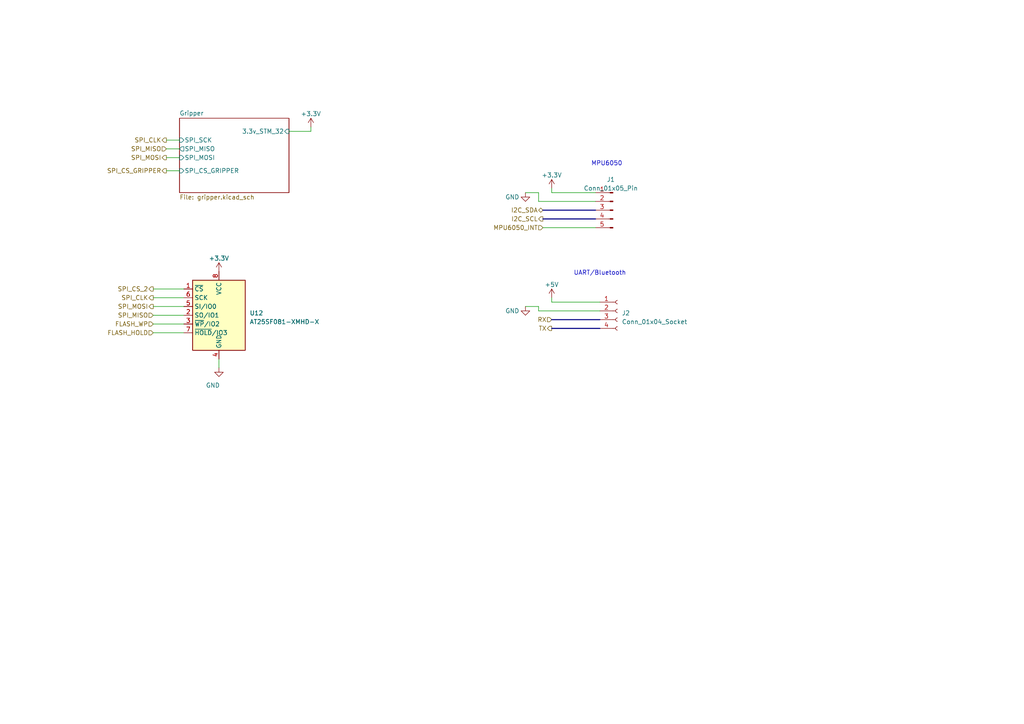
<source format=kicad_sch>
(kicad_sch (version 20230121) (generator eeschema)
  (paper "A4")
  (lib_symbols
    (symbol "Connector:Conn_01x04_Socket" (pin_names (offset 1.016) hide)
      (property "Reference" "J" (at 0 5.08 0))
      (property "Value" "Conn_01x04_Socket" (at 0 -7.62 0))
      (symbol "Conn_01x04_Socket_1_1"
        (arc (start 0 -4.572) (mid -0.5058 -5.08) (end 0 -5.588) (stroke (width 0.1524)))
        (arc (start 0 -2.032) (mid -0.5058 -2.54) (end 0 -3.048) (stroke (width 0.1524)))
        (polyline (pts (xy -1.27 -5.08) (xy -0.508 -5.08)) (stroke (width 0.1524)))
        (polyline (pts (xy -1.27 -2.54) (xy -0.508 -2.54)) (stroke (width 0.1524)))
        (polyline (pts (xy -1.27 0) (xy -0.508 0)) (stroke (width 0.1524)))
        (polyline (pts (xy -1.27 2.54) (xy -0.508 2.54)) (stroke (width 0.1524)))
        (arc (start 0 0.508) (mid -0.5058 0) (end 0 -0.508) (stroke (width 0.1524)))
        (arc (start 0 3.048) (mid -0.5058 2.54) (end 0 2.032) (stroke (width 0.1524)))
        (pin passive line (at -5.08 2.54 0) (length 3.81) (name "Pin_1") (number "1"))
        (pin passive line (at -5.08 0 0) (length 3.81) (name "Pin_2") (number "2"))
        (pin passive line (at -5.08 -2.54 0) (length 3.81) (name "Pin_3") (number "3"))
        (pin passive line (at -5.08 -5.08 0) (length 3.81) (name "Pin_4") (number "4"))
      )
    )
    (symbol "Connector:Conn_01x05_Pin" (pin_names (offset 1.016) hide)
      (property "Reference" "J" (at 0 7.62 0))
      (property "Value" "Conn_01x05_Pin" (at 0 -7.62 0))
      (symbol "Conn_01x05_Pin_1_1"
        (polyline (pts (xy 1.27 -5.08) (xy 0.8636 -5.08)) (stroke (width 0.1524)))
        (polyline (pts (xy 1.27 -2.54) (xy 0.8636 -2.54)) (stroke (width 0.1524)))
        (polyline (pts (xy 1.27 0) (xy 0.8636 0)) (stroke (width 0.1524)))
        (polyline (pts (xy 1.27 2.54) (xy 0.8636 2.54)) (stroke (width 0.1524)))
        (polyline (pts (xy 1.27 5.08) (xy 0.8636 5.08)) (stroke (width 0.1524)))
        (rectangle (start 0.8636 -4.953) (end 0 -5.207) (stroke (width 0.1524)) (fill (type outline)))
        (rectangle (start 0.8636 -2.413) (end 0 -2.667) (stroke (width 0.1524)) (fill (type outline)))
        (rectangle (start 0.8636 0.127) (end 0 -0.127) (stroke (width 0.1524)) (fill (type outline)))
        (rectangle (start 0.8636 2.667) (end 0 2.413) (stroke (width 0.1524)) (fill (type outline)))
        (rectangle (start 0.8636 5.207) (end 0 4.953) (stroke (width 0.1524)) (fill (type outline)))
        (pin passive line (at 5.08 5.08 180) (length 3.81) (name "Pin_1") (number "1"))
        (pin passive line (at 5.08 2.54 180) (length 3.81) (name "Pin_2") (number "2"))
        (pin passive line (at 5.08 0 180) (length 3.81) (name "Pin_3") (number "3"))
        (pin passive line (at 5.08 -2.54 180) (length 3.81) (name "Pin_4") (number "4"))
        (pin passive line (at 5.08 -5.08 180) (length 3.81) (name "Pin_5") (number "5"))
      )
    )
    (symbol "Memory_Flash:AT25SF081-XMHD-X"
      (property "Reference" "U" (at -5.08 11.43 0))
      (property "Value" "AT25SF081-XMHD-X" (at 11.43 11.43 0))
      (symbol "AT25SF081-XMHD-X_0_1"
        (rectangle (start -7.62 10.16) (end 7.62 -10.16) (stroke (width 0.254)) (fill (type background)))
      )
      (symbol "AT25SF081-XMHD-X_1_1"
        (pin input line (at -10.16 7.62 0) (length 2.54) (name "~{CS}") (number "1"))
        (pin bidirectional line (at -10.16 0 0) (length 2.54) (name "SO/IO1") (number "2"))
        (pin bidirectional line (at -10.16 -2.54 0) (length 2.54) (name "~{WP}/IO2") (number "3"))
        (pin power_in line (at 0 -12.7 90) (length 2.54) (name "GND") (number "4"))
        (pin bidirectional line (at -10.16 2.54 0) (length 2.54) (name "SI/IO0") (number "5"))
        (pin input line (at -10.16 5.08 0) (length 2.54) (name "SCK") (number "6"))
        (pin bidirectional line (at -10.16 -5.08 0) (length 2.54) (name "~{HOLD}/IO3") (number "7"))
        (pin power_in line (at 0 12.7 270) (length 2.54) (name "VCC") (number "8"))
      )
    )
    (symbol "power:+3.3V" (power) (pin_names (offset 0))
      (property "Value" "+3.3V" (at 0 3.556 0))
      (symbol "+3.3V_0_1"
        (polyline (pts (xy -0.762 1.27) (xy 0 2.54)))
        (polyline (pts (xy 0 0) (xy 0 2.54)))
        (polyline (pts (xy 0 2.54) (xy 0.762 1.27)))
      )
      (symbol "+3.3V_1_1"
        (pin power_in line (at 0 0 90) (length 0) hide (name "+3.3V") (number "1"))
      )
    )
    (symbol "power:+5V" (power) (pin_names (offset 0))
      (property "Value" "+5V" (at 0 3.556 0))
      (symbol "+5V_0_1"
        (polyline (pts (xy -0.762 1.27) (xy 0 2.54)))
        (polyline (pts (xy 0 0) (xy 0 2.54)))
        (polyline (pts (xy 0 2.54) (xy 0.762 1.27)))
      )
      (symbol "+5V_1_1"
        (pin power_in line (at 0 0 90) (length 0) hide (name "+5V") (number "1"))
      )
    )
    (symbol "power:GND" (power) (pin_names (offset 0))
      (property "Value" "GND" (at 0 -3.81 0))
      (symbol "GND_0_1"
        (polyline (pts (xy 0 0) (xy 0 -1.27) (xy 1.27 -1.27) (xy 0 -2.54) (xy -1.27 -1.27) (xy 0 -1.27)))
      )
      (symbol "GND_1_1"
        (pin power_in line (at 0 0 270) (length 0) hide (name "GND") (number "1"))
      )
    )
  )
  (wire (pts (xy 48.26 45.72) (xy 52.07 45.72)))
  (wire (pts (xy 90.17 36.83) (xy 90.17 38.1)))
  (bus (pts (xy 160.02 92.71) (xy 173.99 92.71)))
  (wire (pts (xy 156.21 88.9) (xy 156.21 90.17)))
  (wire (pts (xy 44.45 83.82) (xy 53.34 83.82)))
  (wire (pts (xy 83.82 38.1) (xy 90.17 38.1)))
  (wire (pts (xy 160.02 55.88) (xy 160.02 54.61)))
  (wire (pts (xy 48.26 40.64) (xy 52.07 40.64)))
  (bus (pts (xy 157.48 63.5) (xy 172.72 63.5)))
  (wire (pts (xy 44.45 88.9) (xy 53.34 88.9)))
  (wire (pts (xy 156.21 58.42) (xy 172.72 58.42)))
  (wire (pts (xy 152.4 88.9) (xy 156.21 88.9)))
  (wire (pts (xy 156.21 55.88) (xy 156.21 58.42)))
  (wire (pts (xy 44.45 93.98) (xy 53.34 93.98)))
  (wire (pts (xy 63.5 106.68) (xy 63.5 104.14)))
  (wire (pts (xy 156.21 90.17) (xy 173.99 90.17)))
  (wire (pts (xy 44.45 91.44) (xy 53.34 91.44)))
  (wire (pts (xy 44.45 86.36) (xy 53.34 86.36)))
  (wire (pts (xy 160.02 55.88) (xy 172.72 55.88)))
  (wire (pts (xy 48.26 49.53) (xy 52.07 49.53)))
  (wire (pts (xy 48.26 43.18) (xy 52.07 43.18)))
  (bus (pts (xy 157.48 60.96) (xy 172.72 60.96)))
  (wire (pts (xy 157.48 66.04) (xy 172.72 66.04)))
  (wire (pts (xy 44.45 96.52) (xy 53.34 96.52)))
  (bus (pts (xy 160.02 95.25) (xy 173.99 95.25)))
  (wire (pts (xy 173.99 87.63) (xy 160.02 87.63)))
  (wire (pts (xy 152.4 55.88) (xy 156.21 55.88)))
  (wire (pts (xy 160.02 87.63) (xy 160.02 86.36)))
  (text "UART/Bluetooth\n" (at 166.37 80.01 0) (effects (font (size 1.27 1.27)) (justify left bottom)))
  (text "MPU6050" (at 171.45 48.26 0) (effects (font (size 1.27 1.27)) (justify left bottom)))
  (hierarchical_label "FLASH_WP" (shape input) (at 44.45 93.98 180))
  (hierarchical_label "I2C_SDA" (shape bidirectional) (at 157.48 60.96 180))
  (hierarchical_label "SPI_CS_GRIPPER" (shape output) (at 48.26 49.53 180))
  (hierarchical_label "SPI_CS_2" (shape output) (at 44.45 83.82 180))
  (hierarchical_label "SPI_MOSI" (shape output) (at 44.45 88.9 180))
  (hierarchical_label "SPI_MOSI" (shape output) (at 48.26 45.72 180))
  (hierarchical_label "TX" (shape output) (at 160.02 95.25 180) (property "Intersheetrefs" "${INTERSHEET_REFS}" (effects hide)))
  (hierarchical_label "SPI_CLK" (shape output) (at 48.26 40.64 180))
  (hierarchical_label "SPI_MISO" (shape input) (at 48.26 43.18 180))
  (hierarchical_label "I2C_SCL" (shape output) (at 157.48 63.5 180))
  (hierarchical_label "FLASH_HOLD" (shape input) (at 44.45 96.52 180))
  (hierarchical_label "RX" (shape input) (at 160.02 92.71 180) (property "Intersheetrefs" "${INTERSHEET_REFS}" (effects hide)))
  (hierarchical_label "SPI_MISO" (shape input) (at 44.45 91.44 180))
  (hierarchical_label "SPI_CLK" (shape output) (at 44.45 86.36 180))
  (hierarchical_label "MPU6050_INT" (shape input) (at 157.48 66.04 180))
  (symbol (lib_id "Memory_Flash:AT25SF081-XMHD-X") (at 63.5 91.44 0) (unit 1)
    (property "Reference" "U12" (at 72.39 90.805 0) (effects (justify left)))
    (property "Value" "AT25SF081-XMHD-X" (at 72.39 93.345 0) (effects (justify left)))
    (property "Footprint" "Package_SO:TSSOP-8_4.4x3mm_P0.65mm" (effects hide))
    (property "Datasheet" "https://www.adestotech.com/wp-content/uploads/DS-AT25SF081_045.pdf" (effects hide))
    (instances (project "Hexapod_Hardware" (path "" (reference "U12") (unit 1)) (path "" (reference "U1101") (unit 1))))
  )
  (symbol (lib_id "power:GND") (at 152.4 55.88 0) (unit 1)
    (property "Reference" "#PWR08" (effects hide))
    (property "Value" "GND" (at 148.59 57.15 0))
    (instances (project "Hexapod_Hardware" (path "" (reference "#PWR08") (unit 1)) (path "" (reference "#PWR01103") (unit 1))))
  )
  (symbol (lib_id "power:+5V") (at 160.02 86.36 0) (unit 1)
    (property "Reference" "#PWR09" (effects hide))
    (property "Value" "+5V" (at 160.02 82.55 0))
    (instances (project "Hexapod_Hardware" (path "" (reference "#PWR09") (unit 1)) (path "" (reference "#PWR01106") (unit 1))))
  )
  (symbol (lib_id "Connector:Conn_01x05_Pin") (at 177.8 60.96 0) (mirror y) (unit 1)
    (property "Reference" "J1" (at 177.165 52.07 0))
    (property "Value" "Conn_01x05_Pin" (at 177.165 54.61 0))
    (property "Footprint" "Connector_PinSocket_2.54mm:PinSocket_1x05_P2.54mm_Vertical" (effects hide))
    (instances (project "Hexapod_Hardware" (path "" (reference "J1") (unit 1)) (path "" (reference "J1101") (unit 1))))
  )
  (symbol (lib_id "power:GND") (at 63.5 106.68 0) (unit 1)
    (property "Reference" "#PWR024" (effects hide))
    (property "Value" "GND" (at 59.69 111.76 0) (effects (justify left)))
    (instances (project "Hexapod_Hardware" (path "" (reference "#PWR024") (unit 1)) (path "" (reference "#PWR01102") (unit 1))))
  )
  (symbol (lib_id "power:GND") (at 152.4 88.9 0) (unit 1)
    (property "Reference" "#PWR010" (effects hide))
    (property "Value" "GND" (at 148.59 90.17 0))
    (instances (project "Hexapod_Hardware" (path "" (reference "#PWR010") (unit 1)) (path "" (reference "#PWR01104") (unit 1))))
  )
  (symbol (lib_id "power:+3.3V") (at 63.5 78.74 0) (unit 1)
    (property "Reference" "#PWR023" (effects hide))
    (property "Value" "+3.3V" (at 63.5 74.93 0))
    (instances (project "Hexapod_Hardware" (path "" (reference "#PWR023") (unit 1)) (path "" (reference "#PWR01101") (unit 1))))
  )
  (symbol (lib_id "power:+3.3V") (at 90.17 36.83 0) (unit 1)
    (property "Reference" "#PWR07" (effects hide))
    (property "Value" "+3.3V" (at 90.17 33.02 0))
    (instances (project "Hexapod_Hardware" (path "" (reference "#PWR07") (unit 1)) (path "" (reference "#PWR01107") (unit 1))))
  )
  (symbol (lib_id "Connector:Conn_01x04_Socket") (at 179.07 90.17 0) (unit 1)
    (property "Reference" "J2" (at 180.34 90.805 0) (effects (justify left)))
    (property "Value" "Conn_01x04_Socket" (at 180.34 93.345 0) (effects (justify left)))
    (property "Footprint" "Connector_PinHeader_2.54mm:PinHeader_1x04_P2.54mm_Vertical" (effects hide))
    (instances (project "Hexapod_Hardware" (path "" (reference "J2") (unit 1)) (path "" (reference "J1102") (unit 1))))
  )
  (symbol (lib_id "power:+3.3V") (at 160.02 54.61 0) (unit 1)
    (property "Reference" "#PWR07" (effects hide))
    (property "Value" "+3.3V" (at 160.02 50.8 0))
    (instances (project "Hexapod_Hardware" (path "" (reference "#PWR07") (unit 1)) (path "" (reference "#PWR01105") (unit 1))))
  )
  (sheet (at 52.07 34.29) (size 31.75 21.59) (stroke (width 0.1524))
    (property "Sheetname" "Gripper" (at 52.07 33.5784 0) (effects (justify left bottom)))
    (property "Sheetfile" "gripper.kicad_sch" (at 52.07 56.4646 0) (effects (justify left top)))
    (pin "SPI_SCK" input (at 52.07 40.64 180))
    (pin "SPI_MISO" output (at 52.07 43.18 180))
    (pin "SPI_CS_GRIPPER" input (at 52.07 49.53 180))
    (pin "SPI_MOSI" input (at 52.07 45.72 180))
    (pin "3.3v_STM_32" input (at 83.82 38.1 0))
  )
)
</source>
